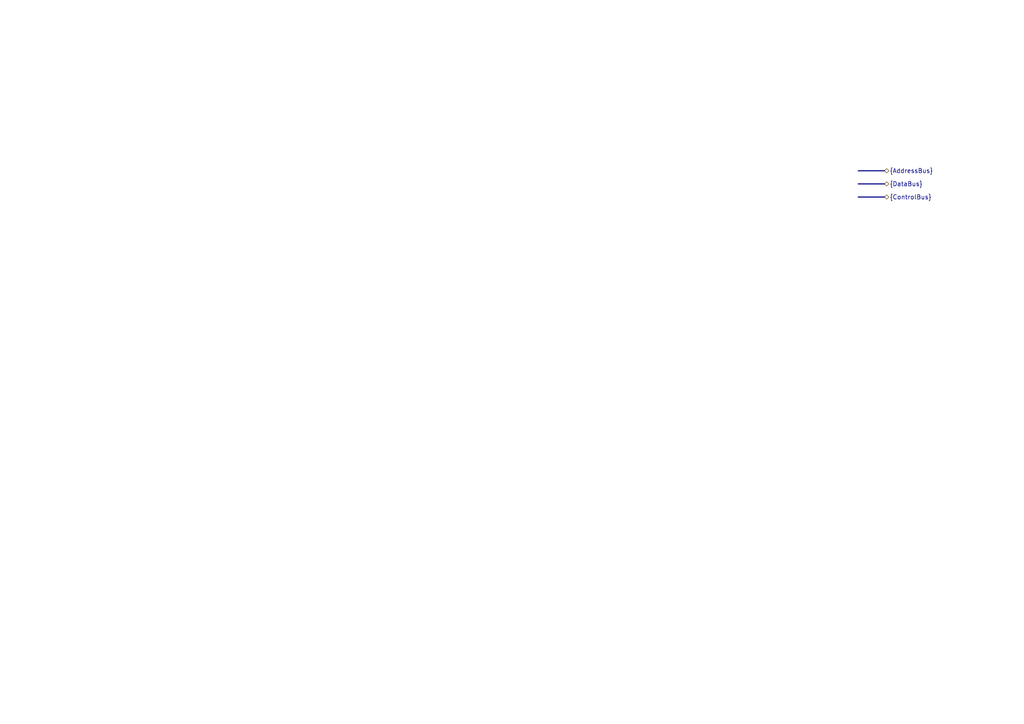
<source format=kicad_sch>
(kicad_sch
	(version 20231120)
	(generator "eeschema")
	(generator_version "8.0")
	(uuid "fd9dff48-b5a3-4708-9fd5-7e16af07c116")
	(paper "A4")
	(lib_symbols)
	(bus
		(pts
			(xy 248.92 57.15) (xy 256.54 57.15)
		)
		(stroke
			(width 0)
			(type default)
		)
		(uuid "08cdb98d-07a9-426f-9c95-f7246281d578")
	)
	(bus
		(pts
			(xy 248.92 49.53) (xy 256.54 49.53)
		)
		(stroke
			(width 0)
			(type default)
		)
		(uuid "76b6e04e-5b2e-4cd9-ac57-1edc48d8dc6a")
	)
	(bus
		(pts
			(xy 248.92 53.34) (xy 256.54 53.34)
		)
		(stroke
			(width 0)
			(type default)
		)
		(uuid "a079fb86-5781-4bd8-97a4-074db54326f4")
	)
	(hierarchical_label "{DataBus}"
		(shape bidirectional)
		(at 256.54 53.34 0)
		(fields_autoplaced yes)
		(effects
			(font
				(size 1.27 1.27)
			)
			(justify left)
		)
		(uuid "16f92f19-1e30-4ed1-93f3-7571ae156635")
	)
	(hierarchical_label "{AddressBus}"
		(shape bidirectional)
		(at 256.54 49.53 0)
		(fields_autoplaced yes)
		(effects
			(font
				(size 1.27 1.27)
			)
			(justify left)
		)
		(uuid "a03b4d61-b720-4302-a02e-93cd0d787e98")
	)
	(hierarchical_label "{ControlBus}"
		(shape bidirectional)
		(at 256.54 57.15 0)
		(fields_autoplaced yes)
		(effects
			(font
				(size 1.27 1.27)
			)
			(justify left)
		)
		(uuid "fc9b0808-a31b-4b29-8166-63706fddf8e0")
	)
)
</source>
